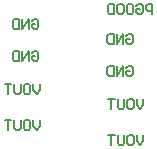
<source format=gbo>
G04*
G04 #@! TF.GenerationSoftware,Altium Limited,Altium Designer,19.1.8 (144)*
G04*
G04 Layer_Color=32896*
%FSLAX25Y25*%
%MOIN*%
G70*
G01*
G75*
%ADD13C,0.00600*%
D13*
X263500Y289699D02*
Y287566D01*
X262434Y286500D01*
X261367Y287566D01*
Y289699D01*
X258701D02*
X259768D01*
X260301Y289166D01*
Y287033D01*
X259768Y286500D01*
X258701D01*
X258168Y287033D01*
Y289166D01*
X258701Y289699D01*
X257102D02*
Y287033D01*
X256569Y286500D01*
X255503D01*
X254969Y287033D01*
Y289699D01*
X253903D02*
X251770D01*
X252837D01*
Y286500D01*
X263500Y277699D02*
Y275566D01*
X262434Y274500D01*
X261367Y275566D01*
Y277699D01*
X258701D02*
X259768D01*
X260301Y277166D01*
Y275033D01*
X259768Y274500D01*
X258701D01*
X258168Y275033D01*
Y277166D01*
X258701Y277699D01*
X257102D02*
Y275033D01*
X256569Y274500D01*
X255503D01*
X254969Y275033D01*
Y277699D01*
X253903D02*
X251770D01*
X252837D01*
Y274500D01*
X260867Y310666D02*
X261401Y311199D01*
X262467D01*
X263000Y310666D01*
Y308533D01*
X262467Y308000D01*
X261401D01*
X260867Y308533D01*
Y309599D01*
X261934D01*
X259801Y308000D02*
Y311199D01*
X257668Y308000D01*
Y311199D01*
X256602D02*
Y308000D01*
X255003D01*
X254469Y308533D01*
Y310666D01*
X255003Y311199D01*
X256602D01*
X260867Y300166D02*
X261401Y300699D01*
X262467D01*
X263000Y300166D01*
Y298033D01*
X262467Y297500D01*
X261401D01*
X260867Y298033D01*
Y299099D01*
X261934D01*
X259801Y297500D02*
Y300699D01*
X257668Y297500D01*
Y300699D01*
X256602D02*
Y297500D01*
X255003D01*
X254469Y298033D01*
Y300166D01*
X255003Y300699D01*
X256602D01*
X298000Y272699D02*
Y270566D01*
X296934Y269500D01*
X295867Y270566D01*
Y272699D01*
X293201D02*
X294268D01*
X294801Y272166D01*
Y270033D01*
X294268Y269500D01*
X293201D01*
X292668Y270033D01*
Y272166D01*
X293201Y272699D01*
X291602D02*
Y270033D01*
X291069Y269500D01*
X290003D01*
X289469Y270033D01*
Y272699D01*
X288403D02*
X286270D01*
X287337D01*
Y269500D01*
X298000Y284699D02*
Y282566D01*
X296934Y281500D01*
X295867Y282566D01*
Y284699D01*
X293201D02*
X294268D01*
X294801Y284166D01*
Y282033D01*
X294268Y281500D01*
X293201D01*
X292668Y282033D01*
Y284166D01*
X293201Y284699D01*
X291602D02*
Y282033D01*
X291069Y281500D01*
X290003D01*
X289469Y282033D01*
Y284699D01*
X288403D02*
X286270D01*
X287337D01*
Y281500D01*
X292367Y295166D02*
X292900Y295699D01*
X293967D01*
X294500Y295166D01*
Y293033D01*
X293967Y292500D01*
X292900D01*
X292367Y293033D01*
Y294099D01*
X293434D01*
X291301Y292500D02*
Y295699D01*
X289168Y292500D01*
Y295699D01*
X288102D02*
Y292500D01*
X286503D01*
X285969Y293033D01*
Y295166D01*
X286503Y295699D01*
X288102D01*
X292367Y305666D02*
X292900Y306199D01*
X293967D01*
X294500Y305666D01*
Y303533D01*
X293967Y303000D01*
X292900D01*
X292367Y303533D01*
Y304599D01*
X293434D01*
X291301Y303000D02*
Y306199D01*
X289168Y303000D01*
Y306199D01*
X288102D02*
Y303000D01*
X286503D01*
X285969Y303533D01*
Y305666D01*
X286503Y306199D01*
X288102D01*
X301000Y313000D02*
Y316199D01*
X299400D01*
X298867Y315666D01*
Y314599D01*
X299400Y314066D01*
X301000D01*
X295668Y315666D02*
X296201Y316199D01*
X297268D01*
X297801Y315666D01*
Y313533D01*
X297268Y313000D01*
X296201D01*
X295668Y313533D01*
Y314599D01*
X296735D01*
X293003Y316199D02*
X294069D01*
X294602Y315666D01*
Y313533D01*
X294069Y313000D01*
X293003D01*
X292469Y313533D01*
Y315666D01*
X293003Y316199D01*
X289804D02*
X290870D01*
X291403Y315666D01*
Y313533D01*
X290870Y313000D01*
X289804D01*
X289270Y313533D01*
Y315666D01*
X289804Y316199D01*
X288204D02*
Y313000D01*
X286605D01*
X286071Y313533D01*
Y315666D01*
X286605Y316199D01*
X288204D01*
M02*

</source>
